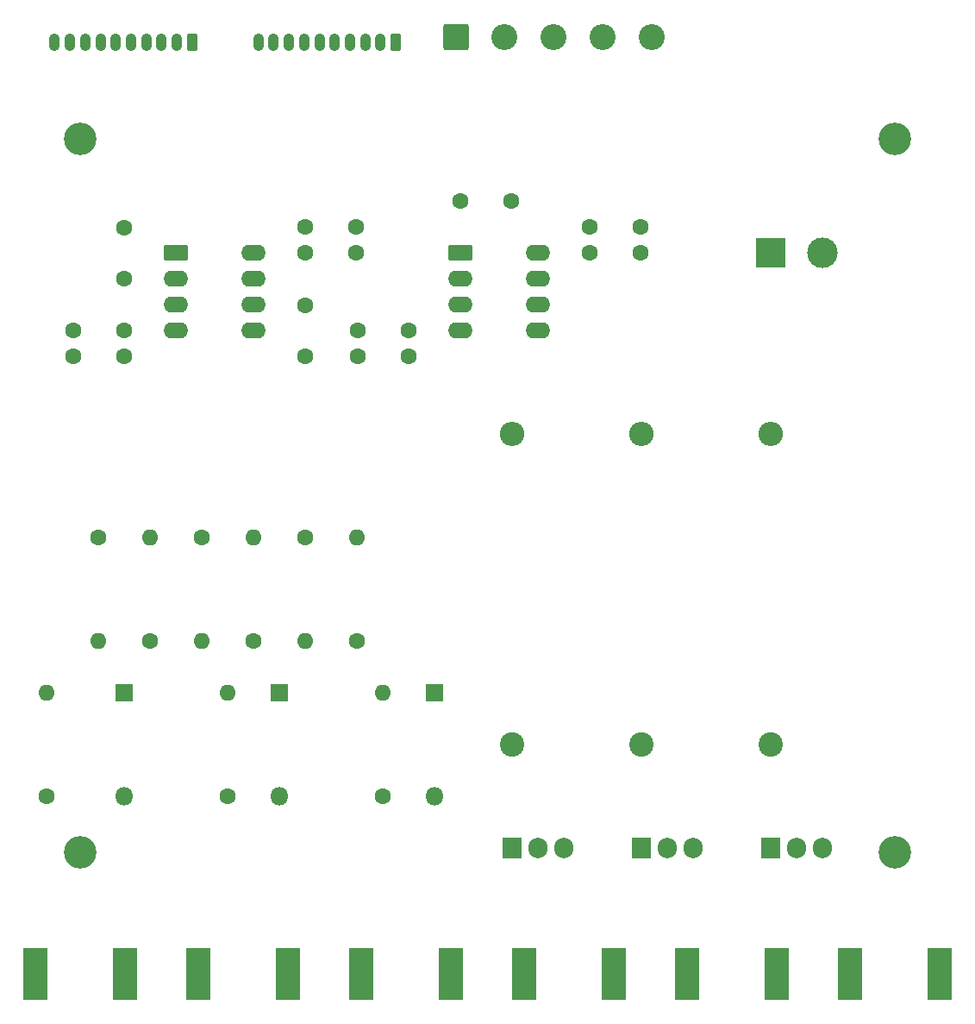
<source format=gbs>
G04 #@! TF.GenerationSoftware,KiCad,Pcbnew,9.0.0*
G04 #@! TF.CreationDate,2025-06-03T11:33:59-07:00*
G04 #@! TF.ProjectId,bias_coil,62696173-5f63-46f6-996c-2e6b69636164,rev?*
G04 #@! TF.SameCoordinates,Original*
G04 #@! TF.FileFunction,Soldermask,Bot*
G04 #@! TF.FilePolarity,Negative*
%FSLAX46Y46*%
G04 Gerber Fmt 4.6, Leading zero omitted, Abs format (unit mm)*
G04 Created by KiCad (PCBNEW 9.0.0) date 2025-06-03 11:33:59*
%MOMM*%
%LPD*%
G01*
G04 APERTURE LIST*
G04 Aperture macros list*
%AMRoundRect*
0 Rectangle with rounded corners*
0 $1 Rounding radius*
0 $2 $3 $4 $5 $6 $7 $8 $9 X,Y pos of 4 corners*
0 Add a 4 corners polygon primitive as box body*
4,1,4,$2,$3,$4,$5,$6,$7,$8,$9,$2,$3,0*
0 Add four circle primitives for the rounded corners*
1,1,$1+$1,$2,$3*
1,1,$1+$1,$4,$5*
1,1,$1+$1,$6,$7*
1,1,$1+$1,$8,$9*
0 Add four rect primitives between the rounded corners*
20,1,$1+$1,$2,$3,$4,$5,0*
20,1,$1+$1,$4,$5,$6,$7,0*
20,1,$1+$1,$6,$7,$8,$9,0*
20,1,$1+$1,$8,$9,$2,$3,0*%
G04 Aperture macros list end*
%ADD10C,1.600000*%
%ADD11O,1.600000X1.600000*%
%ADD12C,2.400000*%
%ADD13O,2.400000X2.400000*%
%ADD14R,1.905000X2.000000*%
%ADD15O,1.905000X2.000000*%
%ADD16R,1.800000X1.800000*%
%ADD17O,1.800000X1.800000*%
%ADD18R,2.420000X5.080000*%
%ADD19RoundRect,0.249999X-1.025001X-1.025001X1.025001X-1.025001X1.025001X1.025001X-1.025001X1.025001X0*%
%ADD20C,2.550000*%
%ADD21RoundRect,0.250000X0.265000X0.615000X-0.265000X0.615000X-0.265000X-0.615000X0.265000X-0.615000X0*%
%ADD22O,1.030000X1.730000*%
%ADD23R,3.000000X3.000000*%
%ADD24C,3.000000*%
%ADD25RoundRect,0.250000X-0.950000X-0.550000X0.950000X-0.550000X0.950000X0.550000X-0.950000X0.550000X0*%
%ADD26O,2.400000X1.600000*%
%ADD27C,3.200000*%
G04 APERTURE END LIST*
D10*
X132080000Y-104140000D03*
D11*
X132080000Y-114300000D03*
D12*
X177800000Y-124465000D03*
D13*
X177800000Y-93985000D03*
D14*
X152400000Y-134620000D03*
D15*
X154940000Y-134620000D03*
X157480000Y-134620000D03*
D10*
X124460000Y-129540000D03*
D11*
X124460000Y-119380000D03*
D16*
X144780000Y-119380000D03*
D17*
X144780000Y-129540000D03*
D18*
X185620000Y-146930000D03*
X194380000Y-146930000D03*
D16*
X114300000Y-119380000D03*
D17*
X114300000Y-129540000D03*
D10*
X132080000Y-86360000D03*
X132080000Y-81360000D03*
D19*
X146900000Y-55000000D03*
D20*
X151700000Y-55000000D03*
X156500000Y-55000000D03*
X161300000Y-55000000D03*
X166100000Y-55000000D03*
D10*
X137080000Y-73660000D03*
X132080000Y-73660000D03*
D21*
X141000000Y-55500000D03*
D22*
X139500000Y-55500000D03*
X138000000Y-55500000D03*
X136500000Y-55500000D03*
X135000000Y-55500000D03*
X133500000Y-55500000D03*
X132000000Y-55500000D03*
X130500000Y-55500000D03*
X129000000Y-55500000D03*
X127500000Y-55500000D03*
D23*
X177800000Y-76200000D03*
D24*
X182880000Y-76200000D03*
D10*
X137240000Y-83820000D03*
X142240000Y-83820000D03*
D25*
X147320000Y-76200000D03*
D26*
X147320000Y-78740000D03*
X147320000Y-81280000D03*
X147320000Y-83820000D03*
X154940000Y-83820000D03*
X154940000Y-81280000D03*
X154940000Y-78740000D03*
X154940000Y-76200000D03*
D27*
X190000000Y-135000000D03*
X110000000Y-65000000D03*
D18*
X137620000Y-146930000D03*
X146380000Y-146930000D03*
D12*
X165100000Y-124465000D03*
D13*
X165100000Y-93985000D03*
D10*
X137240000Y-86360000D03*
X142240000Y-86360000D03*
D14*
X177800000Y-134620000D03*
D15*
X180340000Y-134620000D03*
X182880000Y-134620000D03*
D27*
X190000000Y-65000000D03*
D16*
X129540000Y-119380000D03*
D17*
X129540000Y-129540000D03*
D10*
X152320000Y-71120000D03*
X147320000Y-71120000D03*
X137160000Y-114300000D03*
D11*
X137160000Y-104140000D03*
D27*
X110000000Y-135000000D03*
D10*
X109300000Y-83820000D03*
X114300000Y-83820000D03*
X109300000Y-86360000D03*
X114300000Y-86360000D03*
D18*
X121620000Y-146930000D03*
X130380000Y-146930000D03*
D10*
X139700000Y-129540000D03*
D11*
X139700000Y-119380000D03*
D10*
X111760000Y-104140000D03*
D11*
X111760000Y-114300000D03*
D25*
X119380000Y-76200000D03*
D26*
X119380000Y-78740000D03*
X119380000Y-81280000D03*
X119380000Y-83820000D03*
X127000000Y-83820000D03*
X127000000Y-81280000D03*
X127000000Y-78740000D03*
X127000000Y-76200000D03*
D10*
X121920000Y-104140000D03*
D11*
X121920000Y-114300000D03*
D21*
X121000000Y-55500000D03*
D22*
X119500000Y-55500000D03*
X118000000Y-55500000D03*
X116500000Y-55500000D03*
X115000000Y-55500000D03*
X113500000Y-55500000D03*
X112000000Y-55500000D03*
X110500000Y-55500000D03*
X109000000Y-55500000D03*
X107500000Y-55500000D03*
D10*
X116840000Y-114300000D03*
D11*
X116840000Y-104140000D03*
D10*
X114300000Y-78740000D03*
X114300000Y-73740000D03*
D18*
X153620000Y-146930000D03*
X162380000Y-146930000D03*
D10*
X165020000Y-76200000D03*
X160020000Y-76200000D03*
D18*
X169620000Y-146930000D03*
X178380000Y-146930000D03*
D12*
X152400000Y-124460000D03*
D13*
X152400000Y-93980000D03*
D14*
X165100000Y-134620000D03*
D15*
X167640000Y-134620000D03*
X170180000Y-134620000D03*
D10*
X165020000Y-73660000D03*
X160020000Y-73660000D03*
X127000000Y-114300000D03*
D11*
X127000000Y-104140000D03*
D10*
X137080000Y-76200000D03*
X132080000Y-76200000D03*
D18*
X105620000Y-146930000D03*
X114380000Y-146930000D03*
D10*
X106680000Y-129540000D03*
D11*
X106680000Y-119380000D03*
M02*

</source>
